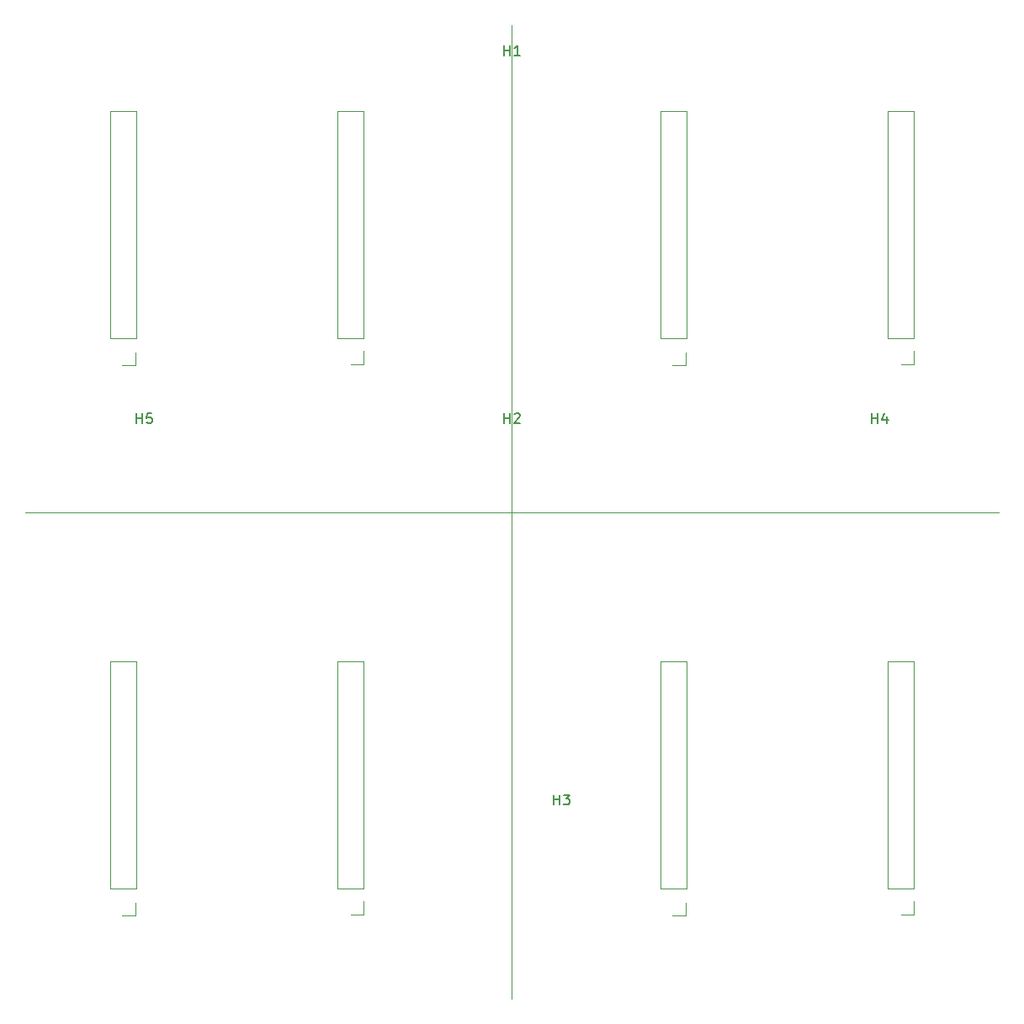
<source format=gbr>
%TF.GenerationSoftware,KiCad,Pcbnew,9.0.1-9.0.1-0~ubuntu24.04.1*%
%TF.CreationDate,2025-06-12T19:46:07-04:00*%
%TF.ProjectId,DarkQuest_SiPM_Motherboard,4461726b-5175-4657-9374-5f5369504d5f,11*%
%TF.SameCoordinates,Original*%
%TF.FileFunction,Legend,Top*%
%TF.FilePolarity,Positive*%
%FSLAX46Y46*%
G04 Gerber Fmt 4.6, Leading zero omitted, Abs format (unit mm)*
G04 Created by KiCad (PCBNEW 9.0.1-9.0.1-0~ubuntu24.04.1) date 2025-06-12 19:46:07*
%MOMM*%
%LPD*%
G01*
G04 APERTURE LIST*
%ADD10C,0.120000*%
%ADD11C,0.150000*%
G04 APERTURE END LIST*
D10*
X51000000Y-100000000D02*
X149000000Y-100000000D01*
X100000000Y-51000000D02*
X100000000Y-149000000D01*
D11*
X99238095Y-91054819D02*
X99238095Y-90054819D01*
X99238095Y-90531009D02*
X99809523Y-90531009D01*
X99809523Y-91054819D02*
X99809523Y-90054819D01*
X100238095Y-90150057D02*
X100285714Y-90102438D01*
X100285714Y-90102438D02*
X100380952Y-90054819D01*
X100380952Y-90054819D02*
X100619047Y-90054819D01*
X100619047Y-90054819D02*
X100714285Y-90102438D01*
X100714285Y-90102438D02*
X100761904Y-90150057D01*
X100761904Y-90150057D02*
X100809523Y-90245295D01*
X100809523Y-90245295D02*
X100809523Y-90340533D01*
X100809523Y-90340533D02*
X100761904Y-90483390D01*
X100761904Y-90483390D02*
X100190476Y-91054819D01*
X100190476Y-91054819D02*
X100809523Y-91054819D01*
X104238095Y-129454819D02*
X104238095Y-128454819D01*
X104238095Y-128931009D02*
X104809523Y-128931009D01*
X104809523Y-129454819D02*
X104809523Y-128454819D01*
X105190476Y-128454819D02*
X105809523Y-128454819D01*
X105809523Y-128454819D02*
X105476190Y-128835771D01*
X105476190Y-128835771D02*
X105619047Y-128835771D01*
X105619047Y-128835771D02*
X105714285Y-128883390D01*
X105714285Y-128883390D02*
X105761904Y-128931009D01*
X105761904Y-128931009D02*
X105809523Y-129026247D01*
X105809523Y-129026247D02*
X105809523Y-129264342D01*
X105809523Y-129264342D02*
X105761904Y-129359580D01*
X105761904Y-129359580D02*
X105714285Y-129407200D01*
X105714285Y-129407200D02*
X105619047Y-129454819D01*
X105619047Y-129454819D02*
X105333333Y-129454819D01*
X105333333Y-129454819D02*
X105238095Y-129407200D01*
X105238095Y-129407200D02*
X105190476Y-129359580D01*
X136238095Y-91054819D02*
X136238095Y-90054819D01*
X136238095Y-90531009D02*
X136809523Y-90531009D01*
X136809523Y-91054819D02*
X136809523Y-90054819D01*
X137714285Y-90388152D02*
X137714285Y-91054819D01*
X137476190Y-90007200D02*
X137238095Y-90721485D01*
X137238095Y-90721485D02*
X137857142Y-90721485D01*
X62238095Y-91054819D02*
X62238095Y-90054819D01*
X62238095Y-90531009D02*
X62809523Y-90531009D01*
X62809523Y-91054819D02*
X62809523Y-90054819D01*
X63761904Y-90054819D02*
X63285714Y-90054819D01*
X63285714Y-90054819D02*
X63238095Y-90531009D01*
X63238095Y-90531009D02*
X63285714Y-90483390D01*
X63285714Y-90483390D02*
X63380952Y-90435771D01*
X63380952Y-90435771D02*
X63619047Y-90435771D01*
X63619047Y-90435771D02*
X63714285Y-90483390D01*
X63714285Y-90483390D02*
X63761904Y-90531009D01*
X63761904Y-90531009D02*
X63809523Y-90626247D01*
X63809523Y-90626247D02*
X63809523Y-90864342D01*
X63809523Y-90864342D02*
X63761904Y-90959580D01*
X63761904Y-90959580D02*
X63714285Y-91007200D01*
X63714285Y-91007200D02*
X63619047Y-91054819D01*
X63619047Y-91054819D02*
X63380952Y-91054819D01*
X63380952Y-91054819D02*
X63285714Y-91007200D01*
X63285714Y-91007200D02*
X63238095Y-90959580D01*
X99238095Y-54054819D02*
X99238095Y-53054819D01*
X99238095Y-53531009D02*
X99809523Y-53531009D01*
X99809523Y-54054819D02*
X99809523Y-53054819D01*
X100809523Y-54054819D02*
X100238095Y-54054819D01*
X100523809Y-54054819D02*
X100523809Y-53054819D01*
X100523809Y-53054819D02*
X100428571Y-53197676D01*
X100428571Y-53197676D02*
X100333333Y-53292914D01*
X100333333Y-53292914D02*
X100238095Y-53340533D01*
D10*
%TO.C,J3*%
X59584000Y-137922000D02*
X59584000Y-115002000D01*
X62091600Y-139293600D02*
X62091600Y-140623600D01*
X62091600Y-140623600D02*
X60761600Y-140623600D01*
X62244000Y-115002000D02*
X59584000Y-115002000D01*
X62244000Y-137922000D02*
X59584000Y-137922000D01*
X62244000Y-137922000D02*
X62244000Y-115002000D01*
X82444000Y-137922000D02*
X82444000Y-115002000D01*
X85104000Y-115002000D02*
X82444000Y-115002000D01*
X85104000Y-137922000D02*
X82444000Y-137922000D01*
X85104000Y-137922000D02*
X85104000Y-115002000D01*
X85104000Y-139192000D02*
X85104000Y-140522000D01*
X85104000Y-140522000D02*
X83774000Y-140522000D01*
%TO.C,J2*%
X114956000Y-137922000D02*
X114956000Y-115002000D01*
X117463600Y-139293600D02*
X117463600Y-140623600D01*
X117463600Y-140623600D02*
X116133600Y-140623600D01*
X117616000Y-115002000D02*
X114956000Y-115002000D01*
X117616000Y-137922000D02*
X114956000Y-137922000D01*
X117616000Y-137922000D02*
X117616000Y-115002000D01*
X137816000Y-137922000D02*
X137816000Y-115002000D01*
X140476000Y-115002000D02*
X137816000Y-115002000D01*
X140476000Y-137922000D02*
X137816000Y-137922000D01*
X140476000Y-137922000D02*
X140476000Y-115002000D01*
X140476000Y-139192000D02*
X140476000Y-140522000D01*
X140476000Y-140522000D02*
X139146000Y-140522000D01*
%TO.C,J4*%
X114956000Y-82550000D02*
X114956000Y-59630000D01*
X117463600Y-83921600D02*
X117463600Y-85251600D01*
X117463600Y-85251600D02*
X116133600Y-85251600D01*
X117616000Y-59630000D02*
X114956000Y-59630000D01*
X117616000Y-82550000D02*
X114956000Y-82550000D01*
X117616000Y-82550000D02*
X117616000Y-59630000D01*
X137816000Y-82550000D02*
X137816000Y-59630000D01*
X140476000Y-59630000D02*
X137816000Y-59630000D01*
X140476000Y-82550000D02*
X137816000Y-82550000D01*
X140476000Y-82550000D02*
X140476000Y-59630000D01*
X140476000Y-83820000D02*
X140476000Y-85150000D01*
X140476000Y-85150000D02*
X139146000Y-85150000D01*
%TO.C,J5*%
X59584000Y-82550000D02*
X59584000Y-59630000D01*
X62091600Y-83921600D02*
X62091600Y-85251600D01*
X62091600Y-85251600D02*
X60761600Y-85251600D01*
X62244000Y-59630000D02*
X59584000Y-59630000D01*
X62244000Y-82550000D02*
X59584000Y-82550000D01*
X62244000Y-82550000D02*
X62244000Y-59630000D01*
X82444000Y-82550000D02*
X82444000Y-59630000D01*
X85104000Y-59630000D02*
X82444000Y-59630000D01*
X85104000Y-82550000D02*
X82444000Y-82550000D01*
X85104000Y-82550000D02*
X85104000Y-59630000D01*
X85104000Y-83820000D02*
X85104000Y-85150000D01*
X85104000Y-85150000D02*
X83774000Y-85150000D01*
%TD*%
M02*

</source>
